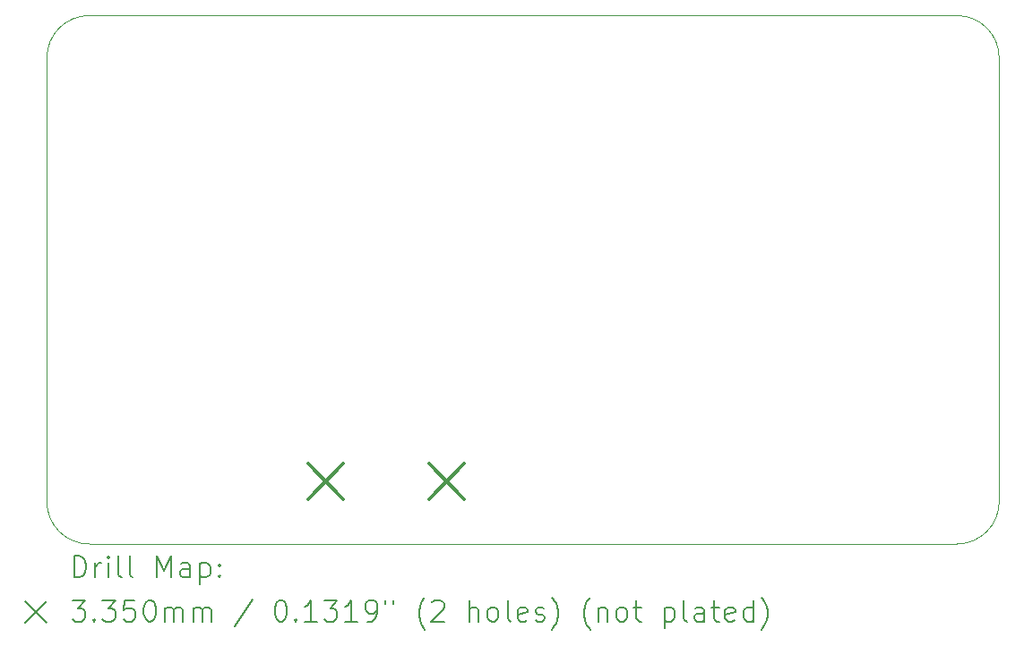
<source format=gbr>
%TF.GenerationSoftware,KiCad,Pcbnew,8.0.3-8.0.3-0~ubuntu22.04.1*%
%TF.CreationDate,2024-07-03T00:47:12-04:00*%
%TF.ProjectId,arm_drive_j3_4_5,61726d5f-6472-4697-9665-5f6a335f345f,rev?*%
%TF.SameCoordinates,Original*%
%TF.FileFunction,Drillmap*%
%TF.FilePolarity,Positive*%
%FSLAX45Y45*%
G04 Gerber Fmt 4.5, Leading zero omitted, Abs format (unit mm)*
G04 Created by KiCad (PCBNEW 8.0.3-8.0.3-0~ubuntu22.04.1) date 2024-07-03 00:47:12*
%MOMM*%
%LPD*%
G01*
G04 APERTURE LIST*
%ADD10C,0.050000*%
%ADD11C,0.200000*%
%ADD12C,0.335000*%
G04 APERTURE END LIST*
D10*
X12866000Y-4252000D02*
X12866000Y-8452000D01*
X3866000Y-4252000D02*
G75*
G02*
X4266000Y-3852000I400000J0D01*
G01*
X4266000Y-3852000D02*
X12466000Y-3852000D01*
X4266000Y-8852000D02*
G75*
G02*
X3866000Y-8452000I0J400000D01*
G01*
X12466000Y-8852000D02*
X4266000Y-8852000D01*
X3866000Y-8452000D02*
X3866000Y-4252000D01*
X12466000Y-3852000D02*
G75*
G02*
X12866000Y-4252000I0J-400000D01*
G01*
X12866000Y-8452000D02*
G75*
G02*
X12466000Y-8852000I-400000J0D01*
G01*
D11*
D12*
X6334400Y-8094500D02*
X6669400Y-8429500D01*
X6669400Y-8094500D02*
X6334400Y-8429500D01*
X7477600Y-8094500D02*
X7812600Y-8429500D01*
X7812600Y-8094500D02*
X7477600Y-8429500D01*
D11*
X4124277Y-9165984D02*
X4124277Y-8965984D01*
X4124277Y-8965984D02*
X4171896Y-8965984D01*
X4171896Y-8965984D02*
X4200467Y-8975508D01*
X4200467Y-8975508D02*
X4219515Y-8994555D01*
X4219515Y-8994555D02*
X4229039Y-9013603D01*
X4229039Y-9013603D02*
X4238563Y-9051698D01*
X4238563Y-9051698D02*
X4238563Y-9080270D01*
X4238563Y-9080270D02*
X4229039Y-9118365D01*
X4229039Y-9118365D02*
X4219515Y-9137412D01*
X4219515Y-9137412D02*
X4200467Y-9156460D01*
X4200467Y-9156460D02*
X4171896Y-9165984D01*
X4171896Y-9165984D02*
X4124277Y-9165984D01*
X4324277Y-9165984D02*
X4324277Y-9032650D01*
X4324277Y-9070746D02*
X4333801Y-9051698D01*
X4333801Y-9051698D02*
X4343324Y-9042174D01*
X4343324Y-9042174D02*
X4362372Y-9032650D01*
X4362372Y-9032650D02*
X4381420Y-9032650D01*
X4448086Y-9165984D02*
X4448086Y-9032650D01*
X4448086Y-8965984D02*
X4438563Y-8975508D01*
X4438563Y-8975508D02*
X4448086Y-8985031D01*
X4448086Y-8985031D02*
X4457610Y-8975508D01*
X4457610Y-8975508D02*
X4448086Y-8965984D01*
X4448086Y-8965984D02*
X4448086Y-8985031D01*
X4571896Y-9165984D02*
X4552848Y-9156460D01*
X4552848Y-9156460D02*
X4543324Y-9137412D01*
X4543324Y-9137412D02*
X4543324Y-8965984D01*
X4676658Y-9165984D02*
X4657610Y-9156460D01*
X4657610Y-9156460D02*
X4648086Y-9137412D01*
X4648086Y-9137412D02*
X4648086Y-8965984D01*
X4905229Y-9165984D02*
X4905229Y-8965984D01*
X4905229Y-8965984D02*
X4971896Y-9108841D01*
X4971896Y-9108841D02*
X5038563Y-8965984D01*
X5038563Y-8965984D02*
X5038563Y-9165984D01*
X5219515Y-9165984D02*
X5219515Y-9061222D01*
X5219515Y-9061222D02*
X5209991Y-9042174D01*
X5209991Y-9042174D02*
X5190944Y-9032650D01*
X5190944Y-9032650D02*
X5152848Y-9032650D01*
X5152848Y-9032650D02*
X5133801Y-9042174D01*
X5219515Y-9156460D02*
X5200467Y-9165984D01*
X5200467Y-9165984D02*
X5152848Y-9165984D01*
X5152848Y-9165984D02*
X5133801Y-9156460D01*
X5133801Y-9156460D02*
X5124277Y-9137412D01*
X5124277Y-9137412D02*
X5124277Y-9118365D01*
X5124277Y-9118365D02*
X5133801Y-9099317D01*
X5133801Y-9099317D02*
X5152848Y-9089793D01*
X5152848Y-9089793D02*
X5200467Y-9089793D01*
X5200467Y-9089793D02*
X5219515Y-9080270D01*
X5314753Y-9032650D02*
X5314753Y-9232650D01*
X5314753Y-9042174D02*
X5333801Y-9032650D01*
X5333801Y-9032650D02*
X5371896Y-9032650D01*
X5371896Y-9032650D02*
X5390944Y-9042174D01*
X5390944Y-9042174D02*
X5400467Y-9051698D01*
X5400467Y-9051698D02*
X5409991Y-9070746D01*
X5409991Y-9070746D02*
X5409991Y-9127889D01*
X5409991Y-9127889D02*
X5400467Y-9146936D01*
X5400467Y-9146936D02*
X5390944Y-9156460D01*
X5390944Y-9156460D02*
X5371896Y-9165984D01*
X5371896Y-9165984D02*
X5333801Y-9165984D01*
X5333801Y-9165984D02*
X5314753Y-9156460D01*
X5495705Y-9146936D02*
X5505229Y-9156460D01*
X5505229Y-9156460D02*
X5495705Y-9165984D01*
X5495705Y-9165984D02*
X5486182Y-9156460D01*
X5486182Y-9156460D02*
X5495705Y-9146936D01*
X5495705Y-9146936D02*
X5495705Y-9165984D01*
X5495705Y-9042174D02*
X5505229Y-9051698D01*
X5505229Y-9051698D02*
X5495705Y-9061222D01*
X5495705Y-9061222D02*
X5486182Y-9051698D01*
X5486182Y-9051698D02*
X5495705Y-9042174D01*
X5495705Y-9042174D02*
X5495705Y-9061222D01*
X3663500Y-9394500D02*
X3863500Y-9594500D01*
X3863500Y-9394500D02*
X3663500Y-9594500D01*
X4105229Y-9385984D02*
X4229039Y-9385984D01*
X4229039Y-9385984D02*
X4162372Y-9462174D01*
X4162372Y-9462174D02*
X4190943Y-9462174D01*
X4190943Y-9462174D02*
X4209991Y-9471698D01*
X4209991Y-9471698D02*
X4219515Y-9481222D01*
X4219515Y-9481222D02*
X4229039Y-9500270D01*
X4229039Y-9500270D02*
X4229039Y-9547889D01*
X4229039Y-9547889D02*
X4219515Y-9566936D01*
X4219515Y-9566936D02*
X4209991Y-9576460D01*
X4209991Y-9576460D02*
X4190943Y-9585984D01*
X4190943Y-9585984D02*
X4133801Y-9585984D01*
X4133801Y-9585984D02*
X4114753Y-9576460D01*
X4114753Y-9576460D02*
X4105229Y-9566936D01*
X4314753Y-9566936D02*
X4324277Y-9576460D01*
X4324277Y-9576460D02*
X4314753Y-9585984D01*
X4314753Y-9585984D02*
X4305229Y-9576460D01*
X4305229Y-9576460D02*
X4314753Y-9566936D01*
X4314753Y-9566936D02*
X4314753Y-9585984D01*
X4390944Y-9385984D02*
X4514753Y-9385984D01*
X4514753Y-9385984D02*
X4448086Y-9462174D01*
X4448086Y-9462174D02*
X4476658Y-9462174D01*
X4476658Y-9462174D02*
X4495705Y-9471698D01*
X4495705Y-9471698D02*
X4505229Y-9481222D01*
X4505229Y-9481222D02*
X4514753Y-9500270D01*
X4514753Y-9500270D02*
X4514753Y-9547889D01*
X4514753Y-9547889D02*
X4505229Y-9566936D01*
X4505229Y-9566936D02*
X4495705Y-9576460D01*
X4495705Y-9576460D02*
X4476658Y-9585984D01*
X4476658Y-9585984D02*
X4419515Y-9585984D01*
X4419515Y-9585984D02*
X4400467Y-9576460D01*
X4400467Y-9576460D02*
X4390944Y-9566936D01*
X4695705Y-9385984D02*
X4600467Y-9385984D01*
X4600467Y-9385984D02*
X4590944Y-9481222D01*
X4590944Y-9481222D02*
X4600467Y-9471698D01*
X4600467Y-9471698D02*
X4619515Y-9462174D01*
X4619515Y-9462174D02*
X4667134Y-9462174D01*
X4667134Y-9462174D02*
X4686182Y-9471698D01*
X4686182Y-9471698D02*
X4695705Y-9481222D01*
X4695705Y-9481222D02*
X4705229Y-9500270D01*
X4705229Y-9500270D02*
X4705229Y-9547889D01*
X4705229Y-9547889D02*
X4695705Y-9566936D01*
X4695705Y-9566936D02*
X4686182Y-9576460D01*
X4686182Y-9576460D02*
X4667134Y-9585984D01*
X4667134Y-9585984D02*
X4619515Y-9585984D01*
X4619515Y-9585984D02*
X4600467Y-9576460D01*
X4600467Y-9576460D02*
X4590944Y-9566936D01*
X4829039Y-9385984D02*
X4848086Y-9385984D01*
X4848086Y-9385984D02*
X4867134Y-9395508D01*
X4867134Y-9395508D02*
X4876658Y-9405031D01*
X4876658Y-9405031D02*
X4886182Y-9424079D01*
X4886182Y-9424079D02*
X4895705Y-9462174D01*
X4895705Y-9462174D02*
X4895705Y-9509793D01*
X4895705Y-9509793D02*
X4886182Y-9547889D01*
X4886182Y-9547889D02*
X4876658Y-9566936D01*
X4876658Y-9566936D02*
X4867134Y-9576460D01*
X4867134Y-9576460D02*
X4848086Y-9585984D01*
X4848086Y-9585984D02*
X4829039Y-9585984D01*
X4829039Y-9585984D02*
X4809991Y-9576460D01*
X4809991Y-9576460D02*
X4800467Y-9566936D01*
X4800467Y-9566936D02*
X4790944Y-9547889D01*
X4790944Y-9547889D02*
X4781420Y-9509793D01*
X4781420Y-9509793D02*
X4781420Y-9462174D01*
X4781420Y-9462174D02*
X4790944Y-9424079D01*
X4790944Y-9424079D02*
X4800467Y-9405031D01*
X4800467Y-9405031D02*
X4809991Y-9395508D01*
X4809991Y-9395508D02*
X4829039Y-9385984D01*
X4981420Y-9585984D02*
X4981420Y-9452650D01*
X4981420Y-9471698D02*
X4990944Y-9462174D01*
X4990944Y-9462174D02*
X5009991Y-9452650D01*
X5009991Y-9452650D02*
X5038563Y-9452650D01*
X5038563Y-9452650D02*
X5057610Y-9462174D01*
X5057610Y-9462174D02*
X5067134Y-9481222D01*
X5067134Y-9481222D02*
X5067134Y-9585984D01*
X5067134Y-9481222D02*
X5076658Y-9462174D01*
X5076658Y-9462174D02*
X5095705Y-9452650D01*
X5095705Y-9452650D02*
X5124277Y-9452650D01*
X5124277Y-9452650D02*
X5143325Y-9462174D01*
X5143325Y-9462174D02*
X5152848Y-9481222D01*
X5152848Y-9481222D02*
X5152848Y-9585984D01*
X5248086Y-9585984D02*
X5248086Y-9452650D01*
X5248086Y-9471698D02*
X5257610Y-9462174D01*
X5257610Y-9462174D02*
X5276658Y-9452650D01*
X5276658Y-9452650D02*
X5305229Y-9452650D01*
X5305229Y-9452650D02*
X5324277Y-9462174D01*
X5324277Y-9462174D02*
X5333801Y-9481222D01*
X5333801Y-9481222D02*
X5333801Y-9585984D01*
X5333801Y-9481222D02*
X5343325Y-9462174D01*
X5343325Y-9462174D02*
X5362372Y-9452650D01*
X5362372Y-9452650D02*
X5390944Y-9452650D01*
X5390944Y-9452650D02*
X5409991Y-9462174D01*
X5409991Y-9462174D02*
X5419515Y-9481222D01*
X5419515Y-9481222D02*
X5419515Y-9585984D01*
X5809991Y-9376460D02*
X5638563Y-9633603D01*
X6067134Y-9385984D02*
X6086182Y-9385984D01*
X6086182Y-9385984D02*
X6105229Y-9395508D01*
X6105229Y-9395508D02*
X6114753Y-9405031D01*
X6114753Y-9405031D02*
X6124277Y-9424079D01*
X6124277Y-9424079D02*
X6133801Y-9462174D01*
X6133801Y-9462174D02*
X6133801Y-9509793D01*
X6133801Y-9509793D02*
X6124277Y-9547889D01*
X6124277Y-9547889D02*
X6114753Y-9566936D01*
X6114753Y-9566936D02*
X6105229Y-9576460D01*
X6105229Y-9576460D02*
X6086182Y-9585984D01*
X6086182Y-9585984D02*
X6067134Y-9585984D01*
X6067134Y-9585984D02*
X6048086Y-9576460D01*
X6048086Y-9576460D02*
X6038563Y-9566936D01*
X6038563Y-9566936D02*
X6029039Y-9547889D01*
X6029039Y-9547889D02*
X6019515Y-9509793D01*
X6019515Y-9509793D02*
X6019515Y-9462174D01*
X6019515Y-9462174D02*
X6029039Y-9424079D01*
X6029039Y-9424079D02*
X6038563Y-9405031D01*
X6038563Y-9405031D02*
X6048086Y-9395508D01*
X6048086Y-9395508D02*
X6067134Y-9385984D01*
X6219515Y-9566936D02*
X6229039Y-9576460D01*
X6229039Y-9576460D02*
X6219515Y-9585984D01*
X6219515Y-9585984D02*
X6209991Y-9576460D01*
X6209991Y-9576460D02*
X6219515Y-9566936D01*
X6219515Y-9566936D02*
X6219515Y-9585984D01*
X6419515Y-9585984D02*
X6305229Y-9585984D01*
X6362372Y-9585984D02*
X6362372Y-9385984D01*
X6362372Y-9385984D02*
X6343325Y-9414555D01*
X6343325Y-9414555D02*
X6324277Y-9433603D01*
X6324277Y-9433603D02*
X6305229Y-9443127D01*
X6486182Y-9385984D02*
X6609991Y-9385984D01*
X6609991Y-9385984D02*
X6543325Y-9462174D01*
X6543325Y-9462174D02*
X6571896Y-9462174D01*
X6571896Y-9462174D02*
X6590944Y-9471698D01*
X6590944Y-9471698D02*
X6600467Y-9481222D01*
X6600467Y-9481222D02*
X6609991Y-9500270D01*
X6609991Y-9500270D02*
X6609991Y-9547889D01*
X6609991Y-9547889D02*
X6600467Y-9566936D01*
X6600467Y-9566936D02*
X6590944Y-9576460D01*
X6590944Y-9576460D02*
X6571896Y-9585984D01*
X6571896Y-9585984D02*
X6514753Y-9585984D01*
X6514753Y-9585984D02*
X6495706Y-9576460D01*
X6495706Y-9576460D02*
X6486182Y-9566936D01*
X6800467Y-9585984D02*
X6686182Y-9585984D01*
X6743325Y-9585984D02*
X6743325Y-9385984D01*
X6743325Y-9385984D02*
X6724277Y-9414555D01*
X6724277Y-9414555D02*
X6705229Y-9433603D01*
X6705229Y-9433603D02*
X6686182Y-9443127D01*
X6895706Y-9585984D02*
X6933801Y-9585984D01*
X6933801Y-9585984D02*
X6952848Y-9576460D01*
X6952848Y-9576460D02*
X6962372Y-9566936D01*
X6962372Y-9566936D02*
X6981420Y-9538365D01*
X6981420Y-9538365D02*
X6990944Y-9500270D01*
X6990944Y-9500270D02*
X6990944Y-9424079D01*
X6990944Y-9424079D02*
X6981420Y-9405031D01*
X6981420Y-9405031D02*
X6971896Y-9395508D01*
X6971896Y-9395508D02*
X6952848Y-9385984D01*
X6952848Y-9385984D02*
X6914753Y-9385984D01*
X6914753Y-9385984D02*
X6895706Y-9395508D01*
X6895706Y-9395508D02*
X6886182Y-9405031D01*
X6886182Y-9405031D02*
X6876658Y-9424079D01*
X6876658Y-9424079D02*
X6876658Y-9471698D01*
X6876658Y-9471698D02*
X6886182Y-9490746D01*
X6886182Y-9490746D02*
X6895706Y-9500270D01*
X6895706Y-9500270D02*
X6914753Y-9509793D01*
X6914753Y-9509793D02*
X6952848Y-9509793D01*
X6952848Y-9509793D02*
X6971896Y-9500270D01*
X6971896Y-9500270D02*
X6981420Y-9490746D01*
X6981420Y-9490746D02*
X6990944Y-9471698D01*
X7067134Y-9385984D02*
X7067134Y-9424079D01*
X7143325Y-9385984D02*
X7143325Y-9424079D01*
X7438563Y-9662174D02*
X7429039Y-9652650D01*
X7429039Y-9652650D02*
X7409991Y-9624079D01*
X7409991Y-9624079D02*
X7400468Y-9605031D01*
X7400468Y-9605031D02*
X7390944Y-9576460D01*
X7390944Y-9576460D02*
X7381420Y-9528841D01*
X7381420Y-9528841D02*
X7381420Y-9490746D01*
X7381420Y-9490746D02*
X7390944Y-9443127D01*
X7390944Y-9443127D02*
X7400468Y-9414555D01*
X7400468Y-9414555D02*
X7409991Y-9395508D01*
X7409991Y-9395508D02*
X7429039Y-9366936D01*
X7429039Y-9366936D02*
X7438563Y-9357412D01*
X7505229Y-9405031D02*
X7514753Y-9395508D01*
X7514753Y-9395508D02*
X7533801Y-9385984D01*
X7533801Y-9385984D02*
X7581420Y-9385984D01*
X7581420Y-9385984D02*
X7600468Y-9395508D01*
X7600468Y-9395508D02*
X7609991Y-9405031D01*
X7609991Y-9405031D02*
X7619515Y-9424079D01*
X7619515Y-9424079D02*
X7619515Y-9443127D01*
X7619515Y-9443127D02*
X7609991Y-9471698D01*
X7609991Y-9471698D02*
X7495706Y-9585984D01*
X7495706Y-9585984D02*
X7619515Y-9585984D01*
X7857610Y-9585984D02*
X7857610Y-9385984D01*
X7943325Y-9585984D02*
X7943325Y-9481222D01*
X7943325Y-9481222D02*
X7933801Y-9462174D01*
X7933801Y-9462174D02*
X7914753Y-9452650D01*
X7914753Y-9452650D02*
X7886182Y-9452650D01*
X7886182Y-9452650D02*
X7867134Y-9462174D01*
X7867134Y-9462174D02*
X7857610Y-9471698D01*
X8067134Y-9585984D02*
X8048087Y-9576460D01*
X8048087Y-9576460D02*
X8038563Y-9566936D01*
X8038563Y-9566936D02*
X8029039Y-9547889D01*
X8029039Y-9547889D02*
X8029039Y-9490746D01*
X8029039Y-9490746D02*
X8038563Y-9471698D01*
X8038563Y-9471698D02*
X8048087Y-9462174D01*
X8048087Y-9462174D02*
X8067134Y-9452650D01*
X8067134Y-9452650D02*
X8095706Y-9452650D01*
X8095706Y-9452650D02*
X8114753Y-9462174D01*
X8114753Y-9462174D02*
X8124277Y-9471698D01*
X8124277Y-9471698D02*
X8133801Y-9490746D01*
X8133801Y-9490746D02*
X8133801Y-9547889D01*
X8133801Y-9547889D02*
X8124277Y-9566936D01*
X8124277Y-9566936D02*
X8114753Y-9576460D01*
X8114753Y-9576460D02*
X8095706Y-9585984D01*
X8095706Y-9585984D02*
X8067134Y-9585984D01*
X8248087Y-9585984D02*
X8229039Y-9576460D01*
X8229039Y-9576460D02*
X8219515Y-9557412D01*
X8219515Y-9557412D02*
X8219515Y-9385984D01*
X8400468Y-9576460D02*
X8381420Y-9585984D01*
X8381420Y-9585984D02*
X8343325Y-9585984D01*
X8343325Y-9585984D02*
X8324277Y-9576460D01*
X8324277Y-9576460D02*
X8314753Y-9557412D01*
X8314753Y-9557412D02*
X8314753Y-9481222D01*
X8314753Y-9481222D02*
X8324277Y-9462174D01*
X8324277Y-9462174D02*
X8343325Y-9452650D01*
X8343325Y-9452650D02*
X8381420Y-9452650D01*
X8381420Y-9452650D02*
X8400468Y-9462174D01*
X8400468Y-9462174D02*
X8409992Y-9481222D01*
X8409992Y-9481222D02*
X8409992Y-9500270D01*
X8409992Y-9500270D02*
X8314753Y-9519317D01*
X8486182Y-9576460D02*
X8505230Y-9585984D01*
X8505230Y-9585984D02*
X8543325Y-9585984D01*
X8543325Y-9585984D02*
X8562373Y-9576460D01*
X8562373Y-9576460D02*
X8571896Y-9557412D01*
X8571896Y-9557412D02*
X8571896Y-9547889D01*
X8571896Y-9547889D02*
X8562373Y-9528841D01*
X8562373Y-9528841D02*
X8543325Y-9519317D01*
X8543325Y-9519317D02*
X8514753Y-9519317D01*
X8514753Y-9519317D02*
X8495706Y-9509793D01*
X8495706Y-9509793D02*
X8486182Y-9490746D01*
X8486182Y-9490746D02*
X8486182Y-9481222D01*
X8486182Y-9481222D02*
X8495706Y-9462174D01*
X8495706Y-9462174D02*
X8514753Y-9452650D01*
X8514753Y-9452650D02*
X8543325Y-9452650D01*
X8543325Y-9452650D02*
X8562373Y-9462174D01*
X8638563Y-9662174D02*
X8648087Y-9652650D01*
X8648087Y-9652650D02*
X8667134Y-9624079D01*
X8667134Y-9624079D02*
X8676658Y-9605031D01*
X8676658Y-9605031D02*
X8686182Y-9576460D01*
X8686182Y-9576460D02*
X8695706Y-9528841D01*
X8695706Y-9528841D02*
X8695706Y-9490746D01*
X8695706Y-9490746D02*
X8686182Y-9443127D01*
X8686182Y-9443127D02*
X8676658Y-9414555D01*
X8676658Y-9414555D02*
X8667134Y-9395508D01*
X8667134Y-9395508D02*
X8648087Y-9366936D01*
X8648087Y-9366936D02*
X8638563Y-9357412D01*
X9000468Y-9662174D02*
X8990944Y-9652650D01*
X8990944Y-9652650D02*
X8971896Y-9624079D01*
X8971896Y-9624079D02*
X8962373Y-9605031D01*
X8962373Y-9605031D02*
X8952849Y-9576460D01*
X8952849Y-9576460D02*
X8943325Y-9528841D01*
X8943325Y-9528841D02*
X8943325Y-9490746D01*
X8943325Y-9490746D02*
X8952849Y-9443127D01*
X8952849Y-9443127D02*
X8962373Y-9414555D01*
X8962373Y-9414555D02*
X8971896Y-9395508D01*
X8971896Y-9395508D02*
X8990944Y-9366936D01*
X8990944Y-9366936D02*
X9000468Y-9357412D01*
X9076658Y-9452650D02*
X9076658Y-9585984D01*
X9076658Y-9471698D02*
X9086182Y-9462174D01*
X9086182Y-9462174D02*
X9105230Y-9452650D01*
X9105230Y-9452650D02*
X9133801Y-9452650D01*
X9133801Y-9452650D02*
X9152849Y-9462174D01*
X9152849Y-9462174D02*
X9162373Y-9481222D01*
X9162373Y-9481222D02*
X9162373Y-9585984D01*
X9286182Y-9585984D02*
X9267134Y-9576460D01*
X9267134Y-9576460D02*
X9257611Y-9566936D01*
X9257611Y-9566936D02*
X9248087Y-9547889D01*
X9248087Y-9547889D02*
X9248087Y-9490746D01*
X9248087Y-9490746D02*
X9257611Y-9471698D01*
X9257611Y-9471698D02*
X9267134Y-9462174D01*
X9267134Y-9462174D02*
X9286182Y-9452650D01*
X9286182Y-9452650D02*
X9314754Y-9452650D01*
X9314754Y-9452650D02*
X9333801Y-9462174D01*
X9333801Y-9462174D02*
X9343325Y-9471698D01*
X9343325Y-9471698D02*
X9352849Y-9490746D01*
X9352849Y-9490746D02*
X9352849Y-9547889D01*
X9352849Y-9547889D02*
X9343325Y-9566936D01*
X9343325Y-9566936D02*
X9333801Y-9576460D01*
X9333801Y-9576460D02*
X9314754Y-9585984D01*
X9314754Y-9585984D02*
X9286182Y-9585984D01*
X9409992Y-9452650D02*
X9486182Y-9452650D01*
X9438563Y-9385984D02*
X9438563Y-9557412D01*
X9438563Y-9557412D02*
X9448087Y-9576460D01*
X9448087Y-9576460D02*
X9467134Y-9585984D01*
X9467134Y-9585984D02*
X9486182Y-9585984D01*
X9705230Y-9452650D02*
X9705230Y-9652650D01*
X9705230Y-9462174D02*
X9724277Y-9452650D01*
X9724277Y-9452650D02*
X9762373Y-9452650D01*
X9762373Y-9452650D02*
X9781420Y-9462174D01*
X9781420Y-9462174D02*
X9790944Y-9471698D01*
X9790944Y-9471698D02*
X9800468Y-9490746D01*
X9800468Y-9490746D02*
X9800468Y-9547889D01*
X9800468Y-9547889D02*
X9790944Y-9566936D01*
X9790944Y-9566936D02*
X9781420Y-9576460D01*
X9781420Y-9576460D02*
X9762373Y-9585984D01*
X9762373Y-9585984D02*
X9724277Y-9585984D01*
X9724277Y-9585984D02*
X9705230Y-9576460D01*
X9914754Y-9585984D02*
X9895706Y-9576460D01*
X9895706Y-9576460D02*
X9886182Y-9557412D01*
X9886182Y-9557412D02*
X9886182Y-9385984D01*
X10076658Y-9585984D02*
X10076658Y-9481222D01*
X10076658Y-9481222D02*
X10067135Y-9462174D01*
X10067135Y-9462174D02*
X10048087Y-9452650D01*
X10048087Y-9452650D02*
X10009992Y-9452650D01*
X10009992Y-9452650D02*
X9990944Y-9462174D01*
X10076658Y-9576460D02*
X10057611Y-9585984D01*
X10057611Y-9585984D02*
X10009992Y-9585984D01*
X10009992Y-9585984D02*
X9990944Y-9576460D01*
X9990944Y-9576460D02*
X9981420Y-9557412D01*
X9981420Y-9557412D02*
X9981420Y-9538365D01*
X9981420Y-9538365D02*
X9990944Y-9519317D01*
X9990944Y-9519317D02*
X10009992Y-9509793D01*
X10009992Y-9509793D02*
X10057611Y-9509793D01*
X10057611Y-9509793D02*
X10076658Y-9500270D01*
X10143325Y-9452650D02*
X10219515Y-9452650D01*
X10171896Y-9385984D02*
X10171896Y-9557412D01*
X10171896Y-9557412D02*
X10181420Y-9576460D01*
X10181420Y-9576460D02*
X10200468Y-9585984D01*
X10200468Y-9585984D02*
X10219515Y-9585984D01*
X10362373Y-9576460D02*
X10343325Y-9585984D01*
X10343325Y-9585984D02*
X10305230Y-9585984D01*
X10305230Y-9585984D02*
X10286182Y-9576460D01*
X10286182Y-9576460D02*
X10276658Y-9557412D01*
X10276658Y-9557412D02*
X10276658Y-9481222D01*
X10276658Y-9481222D02*
X10286182Y-9462174D01*
X10286182Y-9462174D02*
X10305230Y-9452650D01*
X10305230Y-9452650D02*
X10343325Y-9452650D01*
X10343325Y-9452650D02*
X10362373Y-9462174D01*
X10362373Y-9462174D02*
X10371896Y-9481222D01*
X10371896Y-9481222D02*
X10371896Y-9500270D01*
X10371896Y-9500270D02*
X10276658Y-9519317D01*
X10543325Y-9585984D02*
X10543325Y-9385984D01*
X10543325Y-9576460D02*
X10524277Y-9585984D01*
X10524277Y-9585984D02*
X10486182Y-9585984D01*
X10486182Y-9585984D02*
X10467135Y-9576460D01*
X10467135Y-9576460D02*
X10457611Y-9566936D01*
X10457611Y-9566936D02*
X10448087Y-9547889D01*
X10448087Y-9547889D02*
X10448087Y-9490746D01*
X10448087Y-9490746D02*
X10457611Y-9471698D01*
X10457611Y-9471698D02*
X10467135Y-9462174D01*
X10467135Y-9462174D02*
X10486182Y-9452650D01*
X10486182Y-9452650D02*
X10524277Y-9452650D01*
X10524277Y-9452650D02*
X10543325Y-9462174D01*
X10619516Y-9662174D02*
X10629039Y-9652650D01*
X10629039Y-9652650D02*
X10648087Y-9624079D01*
X10648087Y-9624079D02*
X10657611Y-9605031D01*
X10657611Y-9605031D02*
X10667135Y-9576460D01*
X10667135Y-9576460D02*
X10676658Y-9528841D01*
X10676658Y-9528841D02*
X10676658Y-9490746D01*
X10676658Y-9490746D02*
X10667135Y-9443127D01*
X10667135Y-9443127D02*
X10657611Y-9414555D01*
X10657611Y-9414555D02*
X10648087Y-9395508D01*
X10648087Y-9395508D02*
X10629039Y-9366936D01*
X10629039Y-9366936D02*
X10619516Y-9357412D01*
M02*

</source>
